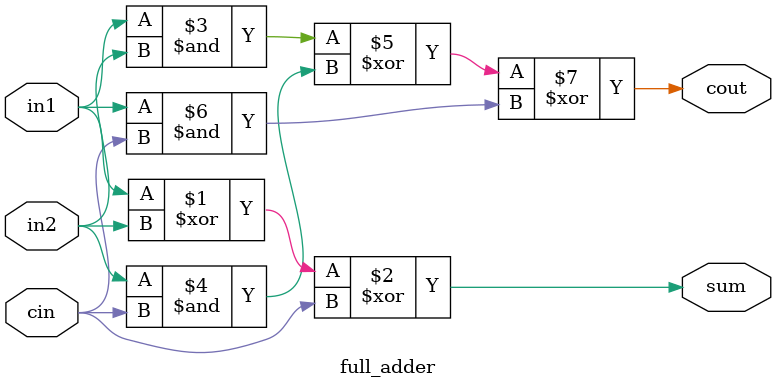
<source format=v>
module full_adder(
input in1 ,
input in2 ,
input cin ,
output sum ,
output cout
);

assign sum = in1 ^ in2 ^ cin ;
assign cout = (in1 & in2) ^ (in2 & cin) ^ (in1 & cin) ;

endmodule


</source>
